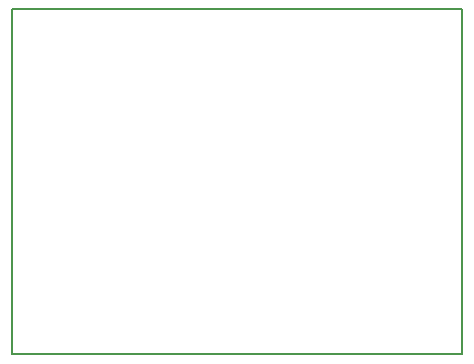
<source format=gbr>
G04 #@! TF.FileFunction,Profile,NP*
%FSLAX46Y46*%
G04 Gerber Fmt 4.6, Leading zero omitted, Abs format (unit mm)*
G04 Created by KiCad (PCBNEW 4.0.5) date 02/12/17 15:01:25*
%MOMM*%
%LPD*%
G01*
G04 APERTURE LIST*
%ADD10C,0.100000*%
%ADD11C,0.150000*%
G04 APERTURE END LIST*
D10*
D11*
X135890000Y-92710000D02*
X97790000Y-92710000D01*
X135890000Y-63500000D02*
X135890000Y-92710000D01*
X97790000Y-63500000D02*
X135890000Y-63500000D01*
X97790000Y-92710000D02*
X97790000Y-63500000D01*
M02*

</source>
